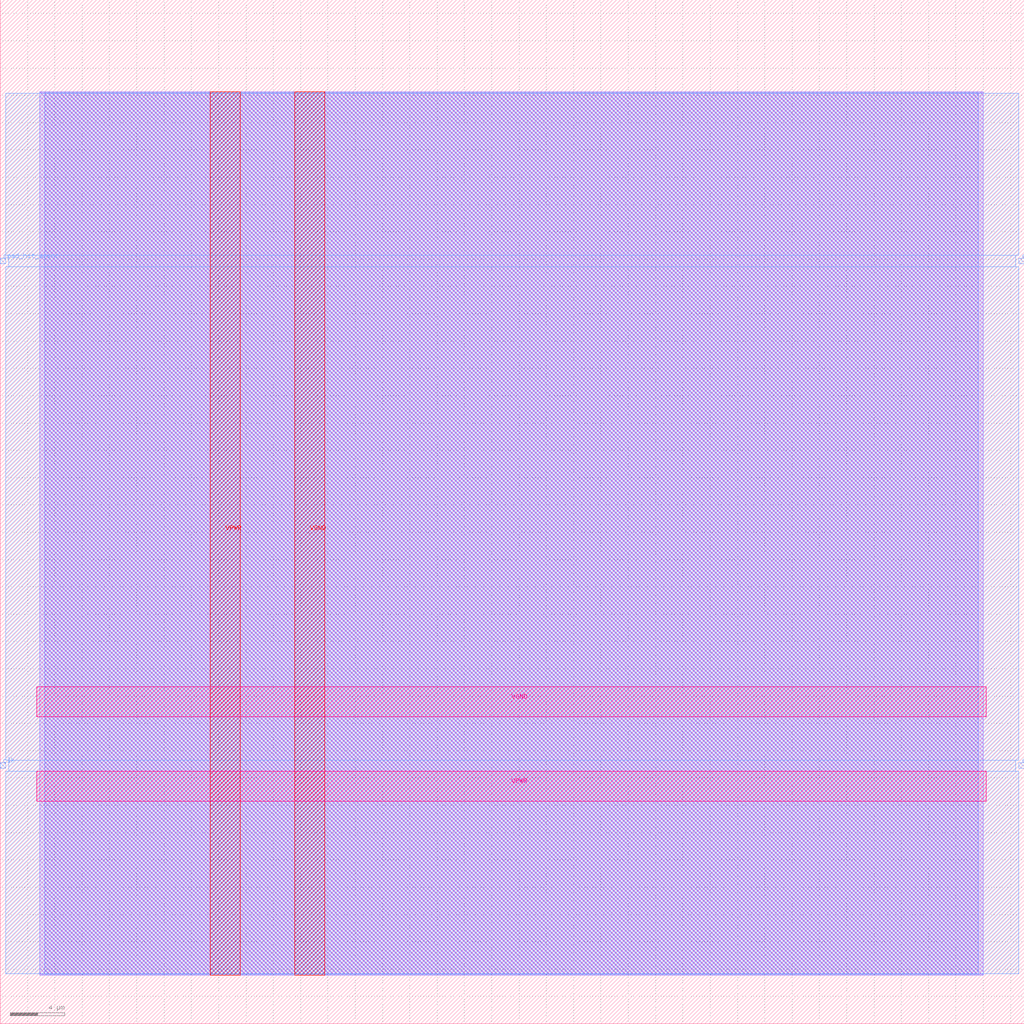
<source format=lef>
VERSION 5.7 ;
  NOWIREEXTENSIONATPIN ON ;
  DIVIDERCHAR "/" ;
  BUSBITCHARS "[]" ;
MACRO spad_env_f_bit
  CLASS BLOCK ;
  FOREIGN spad_env_f_bit ;
  ORIGIN 0.000 0.000 ;
  SIZE 75.000 BY 75.000 ;
  PIN VGND
    DIRECTION INOUT ;
    USE GROUND ;
    PORT
      LAYER Metal4 ;
        RECT 21.580 3.560 23.780 68.260 ;
    END
    PORT
      LAYER Metal5 ;
        RECT 2.660 22.480 72.220 24.680 ;
    END
  END VGND
  PIN VPWR
    DIRECTION INOUT ;
    USE POWER ;
    PORT
      LAYER Metal4 ;
        RECT 15.380 3.560 17.580 68.260 ;
    END
    PORT
      LAYER Metal5 ;
        RECT 2.660 16.280 72.220 18.480 ;
    END
  END VPWR
  PIN clk
    DIRECTION INPUT ;
    USE SIGNAL ;
    ANTENNAGATEAREA 0.725400 ;
    PORT
      LAYER Metal3 ;
        RECT 0.000 18.700 0.400 19.100 ;
    END
  END clk
  PIN env_bit
    DIRECTION OUTPUT ;
    USE SIGNAL ;
    ANTENNADIFFAREA 0.708600 ;
    PORT
      LAYER Metal3 ;
        RECT 74.600 18.700 75.000 19.100 ;
    END
  END env_bit
  PIN env_valid
    DIRECTION OUTPUT ;
    USE SIGNAL ;
    ANTENNADIFFAREA 0.708600 ;
    PORT
      LAYER Metal3 ;
        RECT 74.600 55.660 75.000 56.060 ;
    END
  END env_valid
  PIN spad_hit_async
    DIRECTION INPUT ;
    USE SIGNAL ;
    ANTENNAGATEAREA 0.180700 ;
    PORT
      LAYER Metal3 ;
        RECT 0.000 55.660 0.400 56.060 ;
    END
  END spad_hit_async
  OBS
      LAYER GatPoly ;
        RECT 2.880 3.630 72.000 68.190 ;
      LAYER Metal1 ;
        RECT 2.880 3.560 72.000 68.260 ;
      LAYER Metal2 ;
        RECT 3.260 3.635 71.625 68.185 ;
      LAYER Metal3 ;
        RECT 0.400 56.270 74.600 68.140 ;
        RECT 0.610 55.450 74.390 56.270 ;
        RECT 0.400 19.310 74.600 55.450 ;
        RECT 0.610 18.490 74.390 19.310 ;
        RECT 0.400 3.680 74.600 18.490 ;
  END
END spad_env_f_bit
END LIBRARY


</source>
